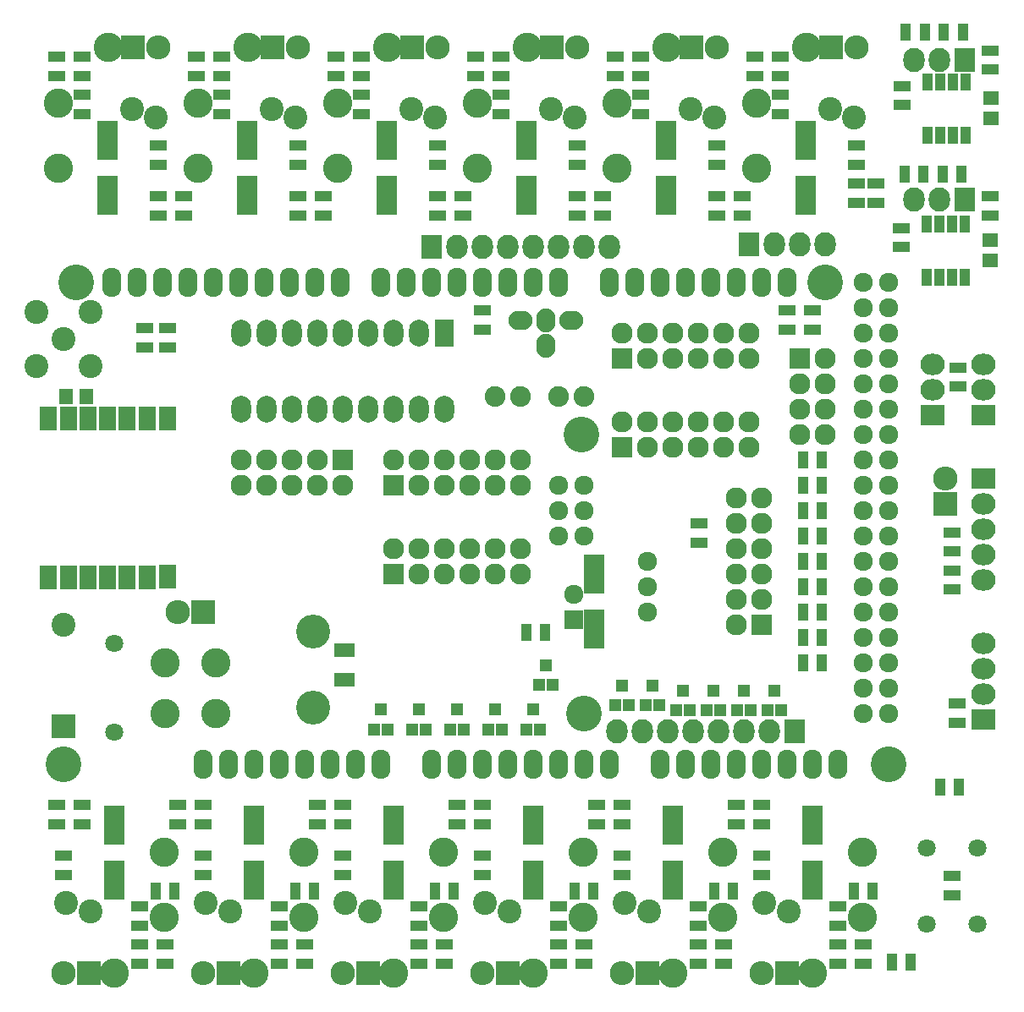
<source format=gbr>
G04 #@! TF.FileFunction,Soldermask,Bot*
%FSLAX46Y46*%
G04 Gerber Fmt 4.6, Leading zero omitted, Abs format (unit mm)*
G04 Created by KiCad (PCBNEW (2014-12-08 BZR 5317)-product) date mar. 23 déc. 2014 08:50:27 CET*
%MOMM*%
G01*
G04 APERTURE LIST*
%ADD10C,0.150000*%
%ADD11C,2.398980*%
%ADD12R,2.398980X2.398980*%
%ADD13C,2.940000*%
%ADD14R,2.127200X2.127200*%
%ADD15O,2.127200X2.127200*%
%ADD16R,2.127200X2.432000*%
%ADD17O,2.127200X2.432000*%
%ADD18R,2.432000X2.432000*%
%ADD19O,2.432000X2.432000*%
%ADD20R,2.432000X2.127200*%
%ADD21O,2.432000X2.127200*%
%ADD22C,1.797000*%
%ADD23R,1.974800X2.686000*%
%ADD24O,1.974800X2.686000*%
%ADD25O,1.901140X2.398980*%
%ADD26O,2.398980X1.901140*%
%ADD27R,2.000200X3.999180*%
%ADD28C,2.076400*%
%ADD29R,0.999440X1.799540*%
%ADD30C,1.924000*%
%ADD31C,3.399740*%
%ADD32R,2.000000X1.400000*%
%ADD33R,1.400000X1.650000*%
%ADD34R,1.650000X1.400000*%
%ADD35R,1.200100X1.200100*%
%ADD36R,1.700000X1.100000*%
%ADD37R,1.100000X1.700000*%
%ADD38R,1.924000X1.924000*%
%ADD39O,1.924000X2.940000*%
%ADD40C,3.575000*%
%ADD41R,1.799540X2.398980*%
G04 APERTURE END LIST*
D10*
D11*
X118110000Y-93980000D03*
D12*
X118110000Y-104140000D03*
D13*
X136555480Y-36189920D03*
X131541520Y-48290480D03*
X131541520Y-41798240D03*
D11*
X141361160Y-43220640D03*
X138925300Y-42410380D03*
D13*
X150525480Y-36189920D03*
X145511520Y-48290480D03*
X145511520Y-41798240D03*
D11*
X155331160Y-43220640D03*
X152895300Y-42410380D03*
D13*
X164495480Y-36189920D03*
X159481520Y-48290480D03*
X159481520Y-41798240D03*
D11*
X169301160Y-43220640D03*
X166865300Y-42410380D03*
D13*
X178465480Y-36189920D03*
X173451520Y-48290480D03*
X173451520Y-41798240D03*
D11*
X183271160Y-43220640D03*
X180835300Y-42410380D03*
D13*
X192435480Y-36189920D03*
X187421520Y-48290480D03*
X187421520Y-41798240D03*
D11*
X197241160Y-43220640D03*
X194805300Y-42410380D03*
D13*
X123159520Y-128910080D03*
X128173480Y-116809520D03*
X128173480Y-123301760D03*
D11*
X118353840Y-121879360D03*
X120789700Y-122689620D03*
D13*
X137129520Y-128910080D03*
X142143480Y-116809520D03*
X142143480Y-123301760D03*
D11*
X132323840Y-121879360D03*
X134759700Y-122689620D03*
D13*
X151099520Y-128910080D03*
X156113480Y-116809520D03*
X156113480Y-123301760D03*
D11*
X146293840Y-121879360D03*
X148729700Y-122689620D03*
D13*
X165069520Y-128910080D03*
X170083480Y-116809520D03*
X170083480Y-123301760D03*
D11*
X160263840Y-121879360D03*
X162699700Y-122689620D03*
D13*
X179039520Y-128910080D03*
X184053480Y-116809520D03*
X184053480Y-123301760D03*
D11*
X174233840Y-121879360D03*
X176669700Y-122689620D03*
D13*
X193009520Y-128910080D03*
X198023480Y-116809520D03*
X198023480Y-123301760D03*
D11*
X188203840Y-121879360D03*
X190639700Y-122689620D03*
D14*
X151130000Y-80010000D03*
D15*
X151130000Y-77470000D03*
X153670000Y-80010000D03*
X153670000Y-77470000D03*
X156210000Y-80010000D03*
X156210000Y-77470000D03*
X158750000Y-80010000D03*
X158750000Y-77470000D03*
X161290000Y-80010000D03*
X161290000Y-77470000D03*
X163830000Y-80010000D03*
X163830000Y-77470000D03*
D14*
X173990000Y-76200000D03*
D15*
X173990000Y-73660000D03*
X176530000Y-76200000D03*
X176530000Y-73660000D03*
X179070000Y-76200000D03*
X179070000Y-73660000D03*
X181610000Y-76200000D03*
X181610000Y-73660000D03*
X184150000Y-76200000D03*
X184150000Y-73660000D03*
X186690000Y-76200000D03*
X186690000Y-73660000D03*
D14*
X173990000Y-67310000D03*
D15*
X173990000Y-64770000D03*
X176530000Y-67310000D03*
X176530000Y-64770000D03*
X179070000Y-67310000D03*
X179070000Y-64770000D03*
X181610000Y-67310000D03*
X181610000Y-64770000D03*
X184150000Y-67310000D03*
X184150000Y-64770000D03*
X186690000Y-67310000D03*
X186690000Y-64770000D03*
D16*
X186690000Y-55880000D03*
D17*
X189230000Y-55880000D03*
X191770000Y-55880000D03*
X194310000Y-55880000D03*
D18*
X206375000Y-81915000D03*
D19*
X206375000Y-79375000D03*
D18*
X125095000Y-36195000D03*
D19*
X127635000Y-36195000D03*
D18*
X139065000Y-36195000D03*
D19*
X141605000Y-36195000D03*
D18*
X153035000Y-36195000D03*
D19*
X155575000Y-36195000D03*
D18*
X167005000Y-36195000D03*
D19*
X169545000Y-36195000D03*
D18*
X180975000Y-36195000D03*
D19*
X183515000Y-36195000D03*
D18*
X194945000Y-36195000D03*
D19*
X197485000Y-36195000D03*
D18*
X132080000Y-92710000D03*
D19*
X129540000Y-92710000D03*
D18*
X120650000Y-128905000D03*
D19*
X118110000Y-128905000D03*
D18*
X134620000Y-128905000D03*
D19*
X132080000Y-128905000D03*
D18*
X148590000Y-128905000D03*
D19*
X146050000Y-128905000D03*
D18*
X162560000Y-128905000D03*
D19*
X160020000Y-128905000D03*
D18*
X176530000Y-128905000D03*
D19*
X173990000Y-128905000D03*
D18*
X190500000Y-128905000D03*
D19*
X187960000Y-128905000D03*
D20*
X210185000Y-79375000D03*
D21*
X210185000Y-81915000D03*
X210185000Y-84455000D03*
X210185000Y-86995000D03*
X210185000Y-89535000D03*
D20*
X210185000Y-103505000D03*
D21*
X210185000Y-100965000D03*
X210185000Y-98425000D03*
X210185000Y-95885000D03*
D20*
X205105000Y-73025000D03*
D21*
X205105000Y-70485000D03*
X205105000Y-67945000D03*
D22*
X123190000Y-104775000D03*
X123190000Y-95885000D03*
D23*
X156210000Y-64770000D03*
D24*
X153670000Y-64770000D03*
X151130000Y-64770000D03*
X148590000Y-64770000D03*
X146050000Y-64770000D03*
X143510000Y-64770000D03*
X140970000Y-64770000D03*
X138430000Y-64770000D03*
X135890000Y-64770000D03*
X135890000Y-72390000D03*
X138430000Y-72390000D03*
X140970000Y-72390000D03*
X143510000Y-72390000D03*
X146050000Y-72390000D03*
X148590000Y-72390000D03*
X151130000Y-72390000D03*
X153670000Y-72390000D03*
X156210000Y-72390000D03*
D20*
X210185000Y-73025000D03*
D21*
X210185000Y-70485000D03*
X210185000Y-67945000D03*
D25*
X166370000Y-66040000D03*
D26*
X168910000Y-63500000D03*
X163830000Y-63500000D03*
D25*
X166370000Y-63500000D03*
D27*
X122555000Y-45509180D03*
X122555000Y-51010820D03*
X136525000Y-45509180D03*
X136525000Y-51010820D03*
X150495000Y-45509180D03*
X150495000Y-51010820D03*
X164465000Y-45509180D03*
X164465000Y-51010820D03*
X178435000Y-45509180D03*
X178435000Y-51010820D03*
X192405000Y-45509180D03*
X192405000Y-51010820D03*
X123190000Y-119590820D03*
X123190000Y-114089180D03*
X137160000Y-119590820D03*
X137160000Y-114089180D03*
X151130000Y-119590820D03*
X151130000Y-114089180D03*
X165100000Y-119590820D03*
X165100000Y-114089180D03*
X179070000Y-119590820D03*
X179070000Y-114089180D03*
X193040000Y-119590820D03*
X193040000Y-114089180D03*
X171196000Y-94444820D03*
X171196000Y-88943180D03*
D28*
X170180000Y-71120000D03*
X167640000Y-71120000D03*
X163830000Y-71120000D03*
X161290000Y-71120000D03*
D29*
X208407000Y-39624000D03*
X208407000Y-44958000D03*
X207137000Y-39624000D03*
X205867000Y-39624000D03*
X204597000Y-39624000D03*
X207137000Y-44958000D03*
X205867000Y-44958000D03*
X204597000Y-44958000D03*
X208280000Y-53848000D03*
X208280000Y-59182000D03*
X207010000Y-53848000D03*
X205740000Y-53848000D03*
X204470000Y-53848000D03*
X207010000Y-59182000D03*
X205740000Y-59182000D03*
X204470000Y-59182000D03*
D22*
X204470000Y-116332000D03*
X209550000Y-116332000D03*
X204470000Y-123952000D03*
X209550000Y-123952000D03*
D30*
X176530000Y-92710000D03*
X176530000Y-90170000D03*
X176530000Y-87630000D03*
D31*
X143065500Y-102298500D03*
X143065500Y-94678500D03*
D32*
X146240500Y-96544000D03*
X146240500Y-99544000D03*
D33*
X120380000Y-71120000D03*
X118380000Y-71120000D03*
D34*
X210947000Y-41291000D03*
X210947000Y-43291000D03*
X210820000Y-55515000D03*
X210820000Y-57515000D03*
D35*
X150561040Y-104505760D03*
X149158960Y-104505760D03*
X149860000Y-102506780D03*
X154371040Y-104505760D03*
X152968960Y-104505760D03*
X153670000Y-102506780D03*
X158181040Y-104505760D03*
X156778960Y-104505760D03*
X157480000Y-102506780D03*
X165801040Y-104505760D03*
X164398960Y-104505760D03*
X165100000Y-102506780D03*
X167071040Y-100060760D03*
X165668960Y-100060760D03*
X166370000Y-98061780D03*
X161991040Y-104505760D03*
X160588960Y-104505760D03*
X161290000Y-102506780D03*
X174691040Y-102092760D03*
X173288960Y-102092760D03*
X173990000Y-100093780D03*
X177739040Y-102092760D03*
X176336960Y-102092760D03*
X177038000Y-100093780D03*
X180787040Y-102600760D03*
X179384960Y-102600760D03*
X180086000Y-100601780D03*
X183835040Y-102600760D03*
X182432960Y-102600760D03*
X183134000Y-100601780D03*
X186883040Y-102600760D03*
X185480960Y-102600760D03*
X186182000Y-100601780D03*
X189931040Y-102600760D03*
X188528960Y-102600760D03*
X189230000Y-100601780D03*
D36*
X117475000Y-39050000D03*
X117475000Y-37150000D03*
X120015000Y-39050000D03*
X120015000Y-37150000D03*
X127635000Y-46040000D03*
X127635000Y-47940000D03*
X127635000Y-53020000D03*
X127635000Y-51120000D03*
X120015000Y-40960000D03*
X120015000Y-42860000D03*
X131445000Y-39050000D03*
X131445000Y-37150000D03*
X133985000Y-39050000D03*
X133985000Y-37150000D03*
X141605000Y-46040000D03*
X141605000Y-47940000D03*
X141605000Y-53020000D03*
X141605000Y-51120000D03*
X133985000Y-40960000D03*
X133985000Y-42860000D03*
X145415000Y-39050000D03*
X145415000Y-37150000D03*
X147955000Y-39050000D03*
X147955000Y-37150000D03*
X155575000Y-46040000D03*
X155575000Y-47940000D03*
X155575000Y-53020000D03*
X155575000Y-51120000D03*
X147955000Y-40960000D03*
X147955000Y-42860000D03*
X159385000Y-39050000D03*
X159385000Y-37150000D03*
X161925000Y-39050000D03*
X161925000Y-37150000D03*
X169545000Y-46040000D03*
X169545000Y-47940000D03*
X169545000Y-53020000D03*
X169545000Y-51120000D03*
X161925000Y-40960000D03*
X161925000Y-42860000D03*
X173355000Y-39050000D03*
X173355000Y-37150000D03*
X175895000Y-39050000D03*
X175895000Y-37150000D03*
X183515000Y-46040000D03*
X183515000Y-47940000D03*
X183515000Y-53020000D03*
X183515000Y-51120000D03*
X175895000Y-40960000D03*
X175895000Y-42860000D03*
X187325000Y-39050000D03*
X187325000Y-37150000D03*
X189865000Y-39050000D03*
X189865000Y-37150000D03*
X197485000Y-46040000D03*
X197485000Y-47940000D03*
X197485000Y-51750000D03*
X197485000Y-49850000D03*
X189865000Y-40960000D03*
X189865000Y-42860000D03*
X130175000Y-51120000D03*
X130175000Y-53020000D03*
X144145000Y-51120000D03*
X144145000Y-53020000D03*
X158115000Y-51120000D03*
X158115000Y-53020000D03*
X172085000Y-51120000D03*
X172085000Y-53020000D03*
X186055000Y-51120000D03*
X186055000Y-53020000D03*
X199390000Y-49850000D03*
X199390000Y-51750000D03*
D37*
X127320000Y-120650000D03*
X129220000Y-120650000D03*
D36*
X128270000Y-126050000D03*
X128270000Y-127950000D03*
X125730000Y-126050000D03*
X125730000Y-127950000D03*
X118110000Y-119060000D03*
X118110000Y-117160000D03*
X120015000Y-112080000D03*
X120015000Y-113980000D03*
X125730000Y-124140000D03*
X125730000Y-122240000D03*
D37*
X141290000Y-120650000D03*
X143190000Y-120650000D03*
D36*
X142240000Y-126050000D03*
X142240000Y-127950000D03*
X139700000Y-126050000D03*
X139700000Y-127950000D03*
X132080000Y-119060000D03*
X132080000Y-117160000D03*
X132080000Y-112080000D03*
X132080000Y-113980000D03*
X139700000Y-124140000D03*
X139700000Y-122240000D03*
D37*
X155260000Y-120650000D03*
X157160000Y-120650000D03*
D36*
X156210000Y-126050000D03*
X156210000Y-127950000D03*
X153670000Y-126050000D03*
X153670000Y-127950000D03*
X146050000Y-119060000D03*
X146050000Y-117160000D03*
X146050000Y-112080000D03*
X146050000Y-113980000D03*
X153670000Y-124140000D03*
X153670000Y-122240000D03*
D37*
X169230000Y-120650000D03*
X171130000Y-120650000D03*
D36*
X170180000Y-126050000D03*
X170180000Y-127950000D03*
X167640000Y-126050000D03*
X167640000Y-127950000D03*
X160020000Y-119060000D03*
X160020000Y-117160000D03*
X160020000Y-112080000D03*
X160020000Y-113980000D03*
X167640000Y-124140000D03*
X167640000Y-122240000D03*
D37*
X183200000Y-120650000D03*
X185100000Y-120650000D03*
D36*
X184150000Y-126050000D03*
X184150000Y-127950000D03*
X181610000Y-126050000D03*
X181610000Y-127950000D03*
X173990000Y-119060000D03*
X173990000Y-117160000D03*
X173990000Y-112080000D03*
X173990000Y-113980000D03*
X181610000Y-124140000D03*
X181610000Y-122240000D03*
D37*
X197170000Y-120650000D03*
X199070000Y-120650000D03*
D36*
X198120000Y-126050000D03*
X198120000Y-127950000D03*
X195580000Y-126050000D03*
X195580000Y-127950000D03*
X187960000Y-119060000D03*
X187960000Y-117160000D03*
X187960000Y-112080000D03*
X187960000Y-113980000D03*
X195580000Y-124140000D03*
X195580000Y-122240000D03*
X160020000Y-62550000D03*
X160020000Y-64450000D03*
X181737000Y-85786000D03*
X181737000Y-83886000D03*
X117475000Y-113980000D03*
X117475000Y-112080000D03*
X129540000Y-113980000D03*
X129540000Y-112080000D03*
X143510000Y-113980000D03*
X143510000Y-112080000D03*
X157480000Y-113980000D03*
X157480000Y-112080000D03*
X171450000Y-113980000D03*
X171450000Y-112080000D03*
X185420000Y-113980000D03*
X185420000Y-112080000D03*
D37*
X164404000Y-94742000D03*
X166304000Y-94742000D03*
X202880000Y-127762000D03*
X200980000Y-127762000D03*
X205806000Y-110236000D03*
X207706000Y-110236000D03*
D36*
X207010000Y-121092000D03*
X207010000Y-119192000D03*
X207010000Y-88585000D03*
X207010000Y-90485000D03*
X207010000Y-84775000D03*
X207010000Y-86675000D03*
X207518000Y-103820000D03*
X207518000Y-101920000D03*
X207645000Y-70165000D03*
X207645000Y-68265000D03*
D37*
X192090000Y-77470000D03*
X193990000Y-77470000D03*
X192090000Y-80010000D03*
X193990000Y-80010000D03*
X192090000Y-82550000D03*
X193990000Y-82550000D03*
X192090000Y-85090000D03*
X193990000Y-85090000D03*
X192090000Y-87630000D03*
X193990000Y-87630000D03*
X192090000Y-90170000D03*
X193990000Y-90170000D03*
X192090000Y-92710000D03*
X193990000Y-92710000D03*
X192090000Y-95250000D03*
X193990000Y-95250000D03*
X192090000Y-97790000D03*
X193990000Y-97790000D03*
D36*
X193040000Y-62550000D03*
X193040000Y-64450000D03*
X190500000Y-62550000D03*
X190500000Y-64450000D03*
X126238000Y-64328000D03*
X126238000Y-66228000D03*
X128524000Y-64328000D03*
X128524000Y-66228000D03*
X210820000Y-38415000D03*
X210820000Y-36515000D03*
X210820000Y-53020000D03*
X210820000Y-51120000D03*
D37*
X202377000Y-34671000D03*
X204277000Y-34671000D03*
X202250000Y-48895000D03*
X204150000Y-48895000D03*
X208087000Y-34671000D03*
X206187000Y-34671000D03*
X207960000Y-48895000D03*
X206060000Y-48895000D03*
D36*
X202057000Y-40071000D03*
X202057000Y-41971000D03*
X201930000Y-54295000D03*
X201930000Y-56195000D03*
D14*
X151130000Y-88900000D03*
D15*
X151130000Y-86360000D03*
X153670000Y-88900000D03*
X153670000Y-86360000D03*
X156210000Y-88900000D03*
X156210000Y-86360000D03*
X158750000Y-88900000D03*
X158750000Y-86360000D03*
X161290000Y-88900000D03*
X161290000Y-86360000D03*
X163830000Y-88900000D03*
X163830000Y-86360000D03*
D14*
X187960000Y-93980000D03*
D15*
X185420000Y-93980000D03*
X187960000Y-91440000D03*
X185420000Y-91440000D03*
X187960000Y-88900000D03*
X185420000Y-88900000D03*
X187960000Y-86360000D03*
X185420000Y-86360000D03*
X187960000Y-83820000D03*
X185420000Y-83820000D03*
X187960000Y-81280000D03*
X185420000Y-81280000D03*
D14*
X146050000Y-77470000D03*
D15*
X146050000Y-80010000D03*
X143510000Y-77470000D03*
X143510000Y-80010000D03*
X140970000Y-77470000D03*
X140970000Y-80010000D03*
X138430000Y-77470000D03*
X138430000Y-80010000D03*
X135890000Y-77470000D03*
X135890000Y-80010000D03*
D14*
X191770000Y-67310000D03*
D15*
X194310000Y-67310000D03*
X191770000Y-69850000D03*
X194310000Y-69850000D03*
X191770000Y-72390000D03*
X194310000Y-72390000D03*
X191770000Y-74930000D03*
X194310000Y-74930000D03*
D16*
X208280000Y-37465000D03*
D17*
X205740000Y-37465000D03*
X203200000Y-37465000D03*
D16*
X208280000Y-51435000D03*
D17*
X205740000Y-51435000D03*
X203200000Y-51435000D03*
D16*
X154940000Y-56134000D03*
D17*
X157480000Y-56134000D03*
X160020000Y-56134000D03*
X162560000Y-56134000D03*
X165100000Y-56134000D03*
X167640000Y-56134000D03*
X170180000Y-56134000D03*
X172720000Y-56134000D03*
D16*
X191262000Y-104648000D03*
D17*
X188722000Y-104648000D03*
X186182000Y-104648000D03*
X183642000Y-104648000D03*
X181102000Y-104648000D03*
X178562000Y-104648000D03*
X176022000Y-104648000D03*
X173482000Y-104648000D03*
D38*
X169164000Y-93535500D03*
D30*
X169164000Y-90995500D03*
D39*
X172720000Y-59690000D03*
X175260000Y-59690000D03*
X177800000Y-59690000D03*
X180340000Y-59690000D03*
X182880000Y-59690000D03*
X185420000Y-59690000D03*
X187960000Y-59690000D03*
X190500000Y-59690000D03*
X195580000Y-107950000D03*
X193040000Y-107950000D03*
X190500000Y-107950000D03*
X187960000Y-107950000D03*
X177800000Y-107950000D03*
X172720000Y-107950000D03*
X170180000Y-107950000D03*
X180340000Y-107950000D03*
X182880000Y-107950000D03*
X185420000Y-107950000D03*
X167640000Y-107950000D03*
X165100000Y-107950000D03*
X162560000Y-107950000D03*
X154940000Y-107950000D03*
X157480000Y-107950000D03*
X160020000Y-107950000D03*
X149860000Y-107950000D03*
X147320000Y-107950000D03*
X144780000Y-107950000D03*
X139700000Y-107950000D03*
X137160000Y-107950000D03*
X167640000Y-59690000D03*
X165100000Y-59690000D03*
X162560000Y-59690000D03*
X160020000Y-59690000D03*
X157480000Y-59690000D03*
X154940000Y-59690000D03*
X152400000Y-59690000D03*
X149860000Y-59690000D03*
X145796000Y-59690000D03*
X143256000Y-59690000D03*
X140716000Y-59690000D03*
X138176000Y-59690000D03*
X135636000Y-59690000D03*
X133096000Y-59690000D03*
X130556000Y-59690000D03*
X128016000Y-59690000D03*
X142240000Y-107950000D03*
D40*
X200660000Y-107950000D03*
X194310000Y-59690000D03*
X119380000Y-59690000D03*
X118110000Y-107950000D03*
D30*
X198120000Y-62230000D03*
X200660000Y-62230000D03*
X198120000Y-64770000D03*
X200660000Y-64770000D03*
X198120000Y-67310000D03*
X200660000Y-67310000D03*
X198120000Y-69850000D03*
X200660000Y-69850000D03*
X198120000Y-59690000D03*
X200660000Y-59690000D03*
X200660000Y-72390000D03*
X198120000Y-72390000D03*
X198120000Y-74930000D03*
X200660000Y-74930000D03*
X198120000Y-77470000D03*
X200660000Y-77470000D03*
X198120000Y-80010000D03*
X200660000Y-80010000D03*
X198120000Y-82550000D03*
X200660000Y-82550000D03*
X198120000Y-85090000D03*
X200660000Y-85090000D03*
X198120000Y-87630000D03*
X200660000Y-87630000D03*
X198120000Y-90170000D03*
X200660000Y-90170000D03*
X198120000Y-92710000D03*
X200660000Y-92710000D03*
X198120000Y-95250000D03*
X200660000Y-95250000D03*
X198120000Y-97790000D03*
X200660000Y-97790000D03*
X198120000Y-100330000D03*
X200660000Y-100330000D03*
X198120000Y-102870000D03*
X200660000Y-102870000D03*
X167640000Y-80010000D03*
X170180000Y-80010000D03*
X167640000Y-82550000D03*
X170180000Y-82550000D03*
X167640000Y-85090000D03*
X170180000Y-85090000D03*
D40*
X169926000Y-74930000D03*
X170180000Y-102870000D03*
D39*
X134620000Y-107950000D03*
X132080000Y-107950000D03*
X125476000Y-59690000D03*
X122936000Y-59690000D03*
D11*
X118110000Y-65405000D03*
X115409980Y-62704980D03*
X115409980Y-68105020D03*
X120810020Y-68105020D03*
X120810020Y-62704980D03*
D13*
X122585480Y-36189920D03*
X117571520Y-48290480D03*
X117571520Y-41798240D03*
D11*
X127391160Y-43220640D03*
X124955300Y-42410380D03*
D41*
X128506220Y-89230200D03*
X126504700Y-89258140D03*
X124505720Y-89258140D03*
X122555000Y-89258140D03*
X120604280Y-89258140D03*
X118605300Y-89258140D03*
X116603780Y-89258140D03*
X116603780Y-73357740D03*
X118605300Y-73357740D03*
X120604280Y-73357740D03*
X122555000Y-73357740D03*
X124505720Y-73357740D03*
X126504700Y-73357740D03*
X128506220Y-73357740D03*
D13*
X133350000Y-102870000D03*
X133350000Y-97790000D03*
X128270000Y-97790000D03*
X128270000Y-102870000D03*
M02*

</source>
